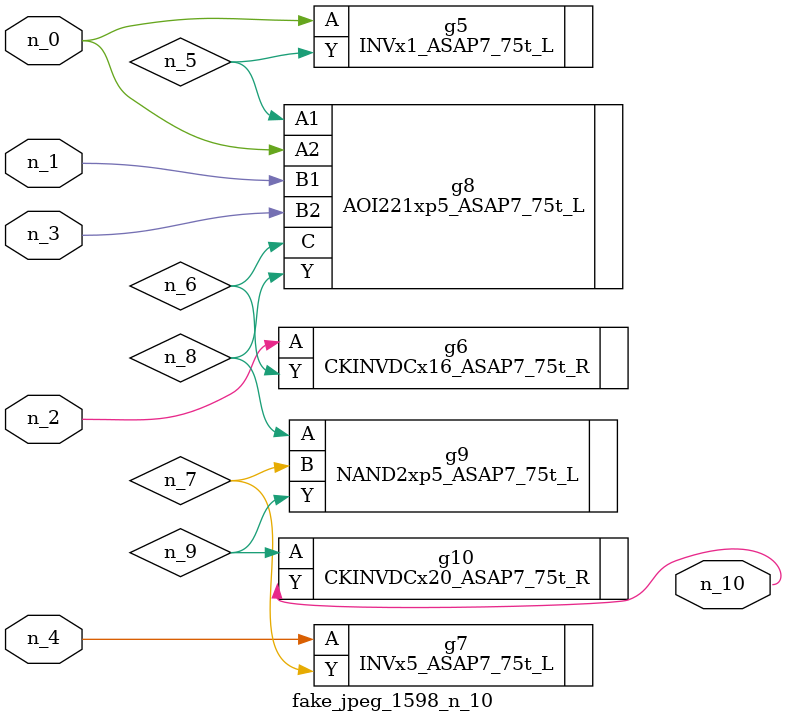
<source format=v>
module fake_jpeg_1598_n_10 (n_3, n_2, n_1, n_0, n_4, n_10);

input n_3;
input n_2;
input n_1;
input n_0;
input n_4;

output n_10;

wire n_8;
wire n_9;
wire n_6;
wire n_5;
wire n_7;

INVx1_ASAP7_75t_L g5 ( 
.A(n_0),
.Y(n_5)
);

CKINVDCx16_ASAP7_75t_R g6 ( 
.A(n_2),
.Y(n_6)
);

INVx5_ASAP7_75t_L g7 ( 
.A(n_4),
.Y(n_7)
);

AOI221xp5_ASAP7_75t_L g8 ( 
.A1(n_5),
.A2(n_0),
.B1(n_1),
.B2(n_3),
.C(n_6),
.Y(n_8)
);

NAND2xp5_ASAP7_75t_L g9 ( 
.A(n_8),
.B(n_7),
.Y(n_9)
);

CKINVDCx20_ASAP7_75t_R g10 ( 
.A(n_9),
.Y(n_10)
);


endmodule
</source>
